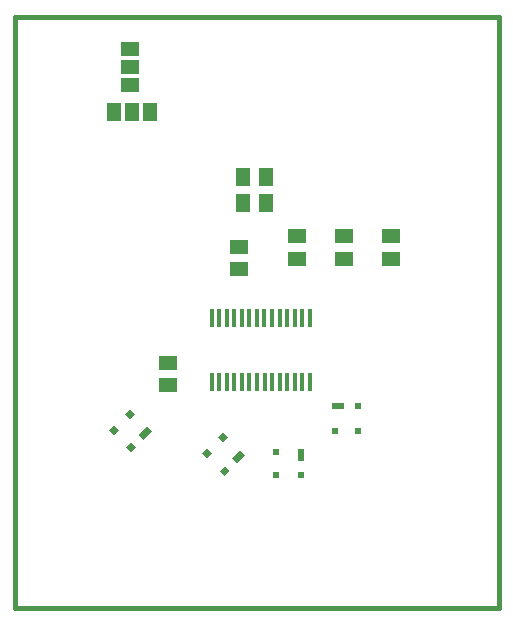
<source format=gbp>
G75*
%MOIN*%
%OFA0B0*%
%FSLAX24Y24*%
%IPPOS*%
%LPD*%
%AMOC8*
5,1,8,0,0,1.08239X$1,22.5*
%
%ADD10C,0.0160*%
%ADD11R,0.0138X0.0591*%
%ADD12R,0.0591X0.0512*%
%ADD13R,0.0512X0.0591*%
%ADD14R,0.0394X0.0236*%
%ADD15R,0.0236X0.0236*%
%ADD16R,0.0236X0.0394*%
%ADD17R,0.0236X0.0236*%
%ADD18R,0.0460X0.0630*%
%ADD19R,0.0630X0.0460*%
D10*
X002254Y004003D02*
X018396Y004003D01*
X018396Y023688D01*
X002254Y023688D01*
X002254Y004003D01*
D11*
X008820Y011524D03*
X009072Y011524D03*
X009324Y011524D03*
X009576Y011524D03*
X009828Y011524D03*
X010080Y011524D03*
X010332Y011524D03*
X010584Y011524D03*
X010836Y011524D03*
X011088Y011524D03*
X011340Y011524D03*
X011592Y011524D03*
X011844Y011524D03*
X012096Y011524D03*
X012096Y013650D03*
X011844Y013650D03*
X011592Y013650D03*
X011340Y013650D03*
X011088Y013650D03*
X010836Y013650D03*
X010576Y013650D03*
X010332Y013650D03*
X010080Y013650D03*
X009828Y013650D03*
X009576Y013650D03*
X009324Y013650D03*
X009072Y013650D03*
X008820Y013650D03*
D12*
X009734Y015282D03*
X009734Y016031D03*
X011663Y016385D03*
X011663Y015637D03*
X013238Y015637D03*
X013238Y016385D03*
X014813Y016385D03*
X014813Y015637D03*
X007372Y012172D03*
X007372Y011424D03*
D13*
X009872Y017507D03*
X009872Y018373D03*
X010620Y018373D03*
X010620Y017507D03*
D14*
X013022Y010716D03*
G36*
X009501Y008983D02*
X009778Y009260D01*
X009945Y009093D01*
X009668Y008816D01*
X009501Y008983D01*
G37*
G36*
X006391Y009770D02*
X006668Y010047D01*
X006835Y009880D01*
X006558Y009603D01*
X006391Y009770D01*
G37*
D15*
X010974Y009180D03*
X010974Y008432D03*
X011801Y008432D03*
X012943Y009889D03*
X013691Y009889D03*
X013691Y010716D03*
D16*
X011801Y009101D03*
D17*
G36*
X009084Y008564D02*
X009250Y008730D01*
X009416Y008564D01*
X009250Y008398D01*
X009084Y008564D01*
G37*
G36*
X008500Y009149D02*
X008666Y009315D01*
X008832Y009149D01*
X008666Y008983D01*
X008500Y009149D01*
G37*
G36*
X009028Y009678D02*
X009194Y009844D01*
X009360Y009678D01*
X009194Y009512D01*
X009028Y009678D01*
G37*
G36*
X005974Y009352D02*
X006140Y009518D01*
X006306Y009352D01*
X006140Y009186D01*
X005974Y009352D01*
G37*
G36*
X005389Y009936D02*
X005555Y010102D01*
X005721Y009936D01*
X005555Y009770D01*
X005389Y009936D01*
G37*
G36*
X005918Y010465D02*
X006084Y010631D01*
X006250Y010465D01*
X006084Y010299D01*
X005918Y010465D01*
G37*
D18*
X006151Y020538D03*
X005551Y020538D03*
X006751Y020538D03*
D19*
X006112Y021434D03*
X006112Y022034D03*
X006112Y022634D03*
M02*

</source>
